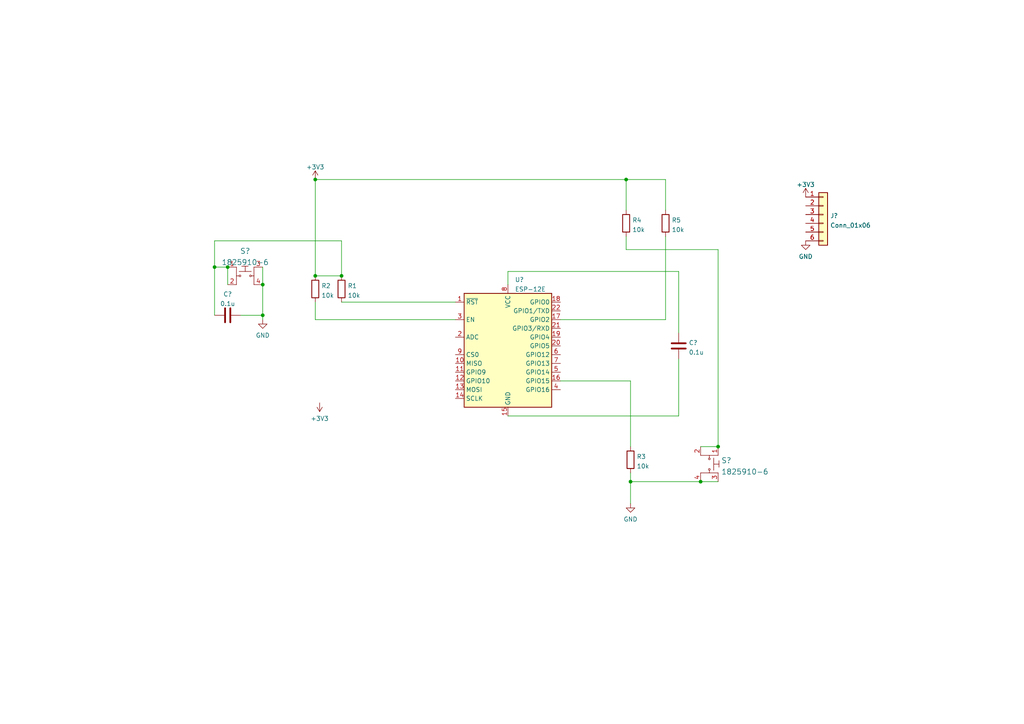
<source format=kicad_sch>
(kicad_sch (version 20211123) (generator eeschema)
  (paper "A4")
  (lib_symbols
    (symbol "Connector_Generic:Conn_01x06" (pin_names (offset 1.016) hide)
      (property "Reference" "J" (at 0 7.62 0))
      (property "Value" "Conn_01x06" (at 0 -10.16 0))
      (symbol "Conn_01x06_1_1"
        (rectangle (start -1.27 -7.493) (end 0 -7.747) (stroke (width 0.1524)))
        (rectangle (start -1.27 -4.953) (end 0 -5.207) (stroke (width 0.1524)))
        (rectangle (start -1.27 -2.413) (end 0 -2.667) (stroke (width 0.1524)))
        (rectangle (start -1.27 0.127) (end 0 -0.127) (stroke (width 0.1524)))
        (rectangle (start -1.27 2.667) (end 0 2.413) (stroke (width 0.1524)))
        (rectangle (start -1.27 5.207) (end 0 4.953) (stroke (width 0.1524)))
        (rectangle (start -1.27 6.35) (end 1.27 -8.89) (stroke (width 0.254)) (fill (type background)))
        (pin passive line (at -5.08 5.08 0) (length 3.81) (name "Pin_1") (number "1"))
        (pin passive line (at -5.08 2.54 0) (length 3.81) (name "Pin_2") (number "2"))
        (pin passive line (at -5.08 0 0) (length 3.81) (name "Pin_3") (number "3"))
        (pin passive line (at -5.08 -2.54 0) (length 3.81) (name "Pin_4") (number "4"))
        (pin passive line (at -5.08 -5.08 0) (length 3.81) (name "Pin_5") (number "5"))
        (pin passive line (at -5.08 -7.62 0) (length 3.81) (name "Pin_6") (number "6"))
      )
    )
    (symbol "Device:C" (pin_numbers hide) (pin_names (offset 0.254))
      (property "Reference" "C" (at 0.635 2.54 0))
      (property "Value" "C" (at 0.635 -2.54 0))
      (symbol "C_0_1"
        (polyline (pts (xy -2.032 -0.762) (xy 2.032 -0.762)) (stroke (width 0.508)))
        (polyline (pts (xy -2.032 0.762) (xy 2.032 0.762)) (stroke (width 0.508)))
      )
      (symbol "C_1_1"
        (pin passive line (at 0 3.81 270) (length 2.794) (name "~") (number "1"))
        (pin passive line (at 0 -3.81 90) (length 2.794) (name "~") (number "2"))
      )
    )
    (symbol "Device:R" (pin_numbers hide) (pin_names (offset 0))
      (property "Reference" "R" (at 2.032 0 90))
      (property "Value" "R" (at 0 0 90))
      (symbol "R_0_1"
        (rectangle (start -1.016 -2.54) (end 1.016 2.54) (stroke (width 0.254)))
      )
      (symbol "R_1_1"
        (pin passive line (at 0 3.81 270) (length 1.27) (name "~") (number "1"))
        (pin passive line (at 0 -3.81 90) (length 1.27) (name "~") (number "2"))
      )
    )
    (symbol "RF_Module:ESP-12E"
      (property "Reference" "U" (at -12.7 19.05 0))
      (property "Value" "ESP-12E" (at 12.7 19.05 0))
      (symbol "ESP-12E_0_1"
        (rectangle (start -12.7 17.78) (end 12.7 -15.24) (stroke (width 0.254)) (fill (type background)))
      )
      (symbol "ESP-12E_1_1"
        (pin input line (at -15.24 15.24 0) (length 2.54) (name "~{RST}") (number "1"))
        (pin bidirectional line (at -15.24 -2.54 0) (length 2.54) (name "MISO") (number "10"))
        (pin bidirectional line (at -15.24 -5.08 0) (length 2.54) (name "GPIO9") (number "11"))
        (pin bidirectional line (at -15.24 -7.62 0) (length 2.54) (name "GPIO10") (number "12"))
        (pin bidirectional line (at -15.24 -10.16 0) (length 2.54) (name "MOSI") (number "13"))
        (pin bidirectional line (at -15.24 -12.7 0) (length 2.54) (name "SCLK") (number "14"))
        (pin power_in line (at 0 -17.78 90) (length 2.54) (name "GND") (number "15"))
        (pin bidirectional line (at 15.24 -7.62 180) (length 2.54) (name "GPIO15") (number "16"))
        (pin bidirectional line (at 15.24 10.16 180) (length 2.54) (name "GPIO2") (number "17"))
        (pin bidirectional line (at 15.24 15.24 180) (length 2.54) (name "GPIO0") (number "18"))
        (pin bidirectional line (at 15.24 5.08 180) (length 2.54) (name "GPIO4") (number "19"))
        (pin input line (at -15.24 5.08 0) (length 2.54) (name "ADC") (number "2"))
        (pin bidirectional line (at 15.24 2.54 180) (length 2.54) (name "GPIO5") (number "20"))
        (pin bidirectional line (at 15.24 7.62 180) (length 2.54) (name "GPIO3/RXD") (number "21"))
        (pin bidirectional line (at 15.24 12.7 180) (length 2.54) (name "GPIO1/TXD") (number "22"))
        (pin input line (at -15.24 10.16 0) (length 2.54) (name "EN") (number "3"))
        (pin bidirectional line (at 15.24 -10.16 180) (length 2.54) (name "GPIO16") (number "4"))
        (pin bidirectional line (at 15.24 -5.08 180) (length 2.54) (name "GPIO14") (number "5"))
        (pin bidirectional line (at 15.24 0 180) (length 2.54) (name "GPIO12") (number "6"))
        (pin bidirectional line (at 15.24 -2.54 180) (length 2.54) (name "GPIO13") (number "7"))
        (pin power_in line (at 0 20.32 270) (length 2.54) (name "VCC") (number "8"))
        (pin input line (at -15.24 0 0) (length 2.54) (name "CS0") (number "9"))
      )
    )
    (symbol "dk_Tactile-Switches:1825910-6" (pin_names (offset 1.016))
      (property "Reference" "S" (at 0 4.572 0))
      (property "Value" "1825910-6" (at 0.127 -5.08 0))
      (symbol "1825910-6_0_1"
        (circle (center -1.524 0) (radius 0.254))
        (polyline (pts (xy -2.54 2.54) (xy -2.54 -2.54)))
        (polyline (pts (xy -1.778 0) (xy -2.54 0)))
        (polyline (pts (xy -1.778 1.27) (xy 1.778 1.27)))
        (polyline (pts (xy 2.54 -2.54) (xy 2.54 2.54)))
        (polyline (pts (xy 2.54 0) (xy 1.778 0)))
        (circle (center 1.524 0) (radius 0.254))
      )
      (symbol "1825910-6_1_1"
        (polyline (pts (xy -1.016 2.794) (xy 0.889 2.794)))
        (polyline (pts (xy 0 2.794) (xy 0 1.27)))
        (pin passive line (at -5.08 2.54 0) (length 2.54) (name "~") (number "1"))
        (pin passive line (at -5.08 -2.54 0) (length 2.54) (name "~") (number "2"))
        (pin passive line (at 5.08 2.54 180) (length 2.54) (name "~") (number "3"))
        (pin passive line (at 5.08 -2.54 180) (length 2.54) (name "~") (number "4"))
      )
    )
    (symbol "power:+3V3" (power) (pin_names (offset 0))
      (property "Value" "+3V3" (at 0 3.556 0))
      (symbol "+3V3_0_1"
        (polyline (pts (xy -0.762 1.27) (xy 0 2.54)))
        (polyline (pts (xy 0 0) (xy 0 2.54)))
        (polyline (pts (xy 0 2.54) (xy 0.762 1.27)))
      )
      (symbol "+3V3_1_1"
        (pin power_in line (at 0 0 90) (length 0) hide (name "+3V3") (number "1"))
      )
    )
    (symbol "power:GND" (power) (pin_names (offset 0))
      (property "Value" "GND" (at 0 -3.81 0))
      (symbol "GND_0_1"
        (polyline (pts (xy 0 0) (xy 0 -1.27) (xy 1.27 -1.27) (xy 0 -2.54) (xy -1.27 -1.27) (xy 0 -1.27)))
      )
      (symbol "GND_1_1"
        (pin power_in line (at 0 0 270) (length 0) hide (name "GND") (number "1"))
      )
    )
  )
  (junction (at 66.04 77.47))
  (junction (at 182.88 139.7))
  (junction (at 208.28 129.54))
  (junction (at 76.2 82.55))
  (junction (at 203.2 139.7))
  (junction (at 76.2 91.44))
  (junction (at 99.06 80.01))
  (junction (at 181.61 52.07))
  (junction (at 91.44 52.07))
  (junction (at 62.23 77.47))
  (junction (at 91.44 80.01))
  (wire (pts (xy 196.85 78.74) (xy 147.32 78.74)))
  (wire (pts (xy 196.85 120.65) (xy 196.85 104.14)))
  (wire (pts (xy 62.23 77.47) (xy 66.04 77.47)))
  (wire (pts (xy 132.08 92.71) (xy 91.44 92.71)))
  (wire (pts (xy 162.56 110.49) (xy 182.88 110.49)))
  (wire (pts (xy 62.23 77.47) (xy 62.23 91.44)))
  (wire (pts (xy 91.44 52.07) (xy 91.44 80.01)))
  (wire (pts (xy 76.2 82.55) (xy 76.2 91.44)))
  (wire (pts (xy 99.06 80.01) (xy 99.06 69.85)))
  (wire (pts (xy 91.44 80.01) (xy 99.06 80.01)))
  (wire (pts (xy 147.32 78.74) (xy 147.32 82.55)))
  (wire (pts (xy 208.28 72.39) (xy 208.28 129.54)))
  (wire (pts (xy 76.2 91.44) (xy 76.2 92.71)))
  (wire (pts (xy 182.88 137.16) (xy 182.88 139.7)))
  (wire (pts (xy 99.06 69.85) (xy 62.23 69.85)))
  (wire (pts (xy 147.32 120.65) (xy 196.85 120.65)))
  (wire (pts (xy 193.04 68.58) (xy 193.04 92.71)))
  (wire (pts (xy 76.2 77.47) (xy 76.2 82.55)))
  (wire (pts (xy 99.06 87.63) (xy 132.08 87.63)))
  (wire (pts (xy 91.44 52.07) (xy 181.61 52.07)))
  (wire (pts (xy 69.85 91.44) (xy 76.2 91.44)))
  (wire (pts (xy 182.88 110.49) (xy 182.88 129.54)))
  (wire (pts (xy 203.2 139.7) (xy 208.28 139.7)))
  (wire (pts (xy 182.88 139.7) (xy 182.88 146.05)))
  (wire (pts (xy 196.85 96.52) (xy 196.85 78.74)))
  (wire (pts (xy 193.04 92.71) (xy 162.56 92.71)))
  (wire (pts (xy 181.61 72.39) (xy 208.28 72.39)))
  (wire (pts (xy 193.04 52.07) (xy 181.61 52.07)))
  (wire (pts (xy 203.2 129.54) (xy 208.28 129.54)))
  (wire (pts (xy 66.04 77.47) (xy 66.04 82.55)))
  (wire (pts (xy 181.61 60.96) (xy 181.61 52.07)))
  (wire (pts (xy 91.44 92.71) (xy 91.44 87.63)))
  (wire (pts (xy 181.61 68.58) (xy 181.61 72.39)))
  (wire (pts (xy 193.04 60.96) (xy 193.04 52.07)))
  (wire (pts (xy 182.88 139.7) (xy 203.2 139.7)))
  (wire (pts (xy 62.23 69.85) (xy 62.23 77.47)))
  (symbol (lib_id "Device:C") (at 196.85 100.33 0) (unit 1)
    (property "Reference" "C?" (at 199.771 99.4215 0) (effects (justify left)))
    (property "Value" "0.1u" (at 199.771 102.1966 0) (effects (justify left)))
  )
  (symbol (lib_id "dk_Tactile-Switches:1825910-6") (at 205.74 134.62 270) (unit 1)
    (property "Reference" "S?" (at 209.169 133.5553 90) (effects (font (size 1.524 1.524)) (justify left)))
    (property "Value" "1825910-6" (at 209.169 136.8343 90) (effects (font (size 1.524 1.524)) (justify left)))
    (property "Footprint" "digikey-footprints:Switch_Tactile_THT_6x6mm" (effects hide))
    (property "Datasheet" "https://www.te.com/commerce/DocumentDelivery/DDEController?Action=srchrtrv&DocNm=1825910&DocType=Customer+Drawing&DocLang=English" (effects hide))
    (property "Digi-Key_PN" "450-1650-ND" (effects hide))
    (property "MPN" "1825910-6" (effects hide))
    (property "Category" "Switches" (effects hide))
    (property "Family" "Tactile Switches" (effects hide))
    (property "DK_Datasheet_Link" "https://www.te.com/commerce/DocumentDelivery/DDEController?Action=srchrtrv&DocNm=1825910&DocType=Customer+Drawing&DocLang=English" (effects hide))
    (property "DK_Detail_Page" "/product-detail/en/te-connectivity-alcoswitch-switches/1825910-6/450-1650-ND/1632536" (effects hide))
    (property "Description" "SWITCH TACTILE SPST-NO 0.05A 24V" (effects hide))
    (property "Manufacturer" "TE Connectivity ALCOSWITCH Switches" (effects hide))
    (property "Status" "Active" (effects hide))
  )
  (symbol (lib_id "Device:R") (at 193.04 64.77 180) (unit 1)
    (property "Reference" "R5" (at 194.818 63.8615 0) (effects (justify right)))
    (property "Value" "10k" (at 194.818 66.6366 0) (effects (justify right)))
  )
  (symbol (lib_id "Device:C") (at 66.04 91.44 90) (unit 1)
    (property "Reference" "C?" (at 66.04 85.3145 90))
    (property "Value" "0.1u" (at 66.04 88.0896 90))
  )
  (symbol (lib_id "Connector_Generic:Conn_01x06") (at 238.76 62.23 0) (unit 1)
    (property "Reference" "J?" (at 240.792 62.5915 0) (effects (justify left)))
    (property "Value" "Conn_01x06" (at 240.792 65.3666 0) (effects (justify left)))
  )
  (symbol (lib_id "Device:R") (at 182.88 133.35 180) (unit 1)
    (property "Reference" "R3" (at 184.658 132.4415 0) (effects (justify right)))
    (property "Value" "10k" (at 184.658 135.2166 0) (effects (justify right)))
  )
  (symbol (lib_id "dk_Tactile-Switches:1825910-6") (at 71.12 80.01 0) (unit 1)
    (property "Reference" "S?" (at 71.12 72.8121 0) (effects (font (size 1.524 1.524))))
    (property "Value" "1825910-6" (at 71.12 76.0911 0) (effects (font (size 1.524 1.524))))
    (property "Footprint" "digikey-footprints:Switch_Tactile_THT_6x6mm" (effects hide))
    (property "Datasheet" "https://www.te.com/commerce/DocumentDelivery/DDEController?Action=srchrtrv&DocNm=1825910&DocType=Customer+Drawing&DocLang=English" (effects hide))
    (property "Digi-Key_PN" "450-1650-ND" (effects hide))
    (property "MPN" "1825910-6" (effects hide))
    (property "Category" "Switches" (effects hide))
    (property "Family" "Tactile Switches" (effects hide))
    (property "DK_Datasheet_Link" "https://www.te.com/commerce/DocumentDelivery/DDEController?Action=srchrtrv&DocNm=1825910&DocType=Customer+Drawing&DocLang=English" (effects hide))
    (property "DK_Detail_Page" "/product-detail/en/te-connectivity-alcoswitch-switches/1825910-6/450-1650-ND/1632536" (effects hide))
    (property "Description" "SWITCH TACTILE SPST-NO 0.05A 24V" (effects hide))
    (property "Manufacturer" "TE Connectivity ALCOSWITCH Switches" (effects hide))
    (property "Status" "Active" (effects hide))
  )
  (symbol (lib_id "Device:R") (at 181.61 64.77 180) (unit 1)
    (property "Reference" "R4" (at 183.388 63.8615 0) (effects (justify right)))
    (property "Value" "10k" (at 183.388 66.6366 0) (effects (justify right)))
  )
  (symbol (lib_id "power:+3V3") (at 92.71 116.84 180) (unit 1)
    (property "Reference" "#PWR?" (effects hide))
    (property "Value" "+3V3" (at 92.71 121.4025 0))
  )
  (symbol (lib_id "RF_Module:ESP-12E") (at 147.32 102.87 0) (unit 1)
    (property "Reference" "U?" (at 149.3394 81.1235 0) (effects (justify left)))
    (property "Value" "ESP-12E" (at 149.3394 83.8986 0) (effects (justify left)))
    (property "Footprint" "RF_Module:ESP-12E" (effects hide))
    (property "Datasheet" "http://wiki.ai-thinker.com/_media/esp8266/esp8266_series_modules_user_manual_v1.1.pdf" (effects hide))
  )
  (symbol (lib_id "power:+3V3") (at 91.44 52.07 0) (unit 1)
    (property "Reference" "#PWR?" (effects hide))
    (property "Value" "+3V3" (at 91.44 48.4655 0))
  )
  (symbol (lib_id "power:GND") (at 76.2 92.71 0) (unit 1)
    (property "Reference" "#PWR?" (effects hide))
    (property "Value" "GND" (at 76.2 97.2725 0))
  )
  (symbol (lib_id "power:GND") (at 182.88 146.05 0) (unit 1)
    (property "Reference" "#PWR?" (effects hide))
    (property "Value" "GND" (at 182.88 150.6125 0))
  )
  (symbol (lib_id "Device:R") (at 99.06 83.82 0) (unit 1)
    (property "Reference" "R1" (at 100.838 82.9115 0) (effects (justify left)))
    (property "Value" "10k" (at 100.838 85.6866 0) (effects (justify left)))
  )
  (symbol (lib_id "Device:R") (at 91.44 83.82 0) (unit 1)
    (property "Reference" "R2" (at 93.218 82.9115 0) (effects (justify left)))
    (property "Value" "10k" (at 93.218 85.6866 0) (effects (justify left)))
  )
  (symbol (lib_id "power:GND") (at 233.68 69.85 0) (unit 1)
    (property "Reference" "#PWR?" (effects hide))
    (property "Value" "GND" (at 233.68 74.4125 0))
  )
  (symbol (lib_id "power:+3V3") (at 233.68 57.15 0) (unit 1)
    (property "Reference" "#PWR?" (effects hide))
    (property "Value" "+3V3" (at 233.68 53.5455 0))
  )
)
</source>
